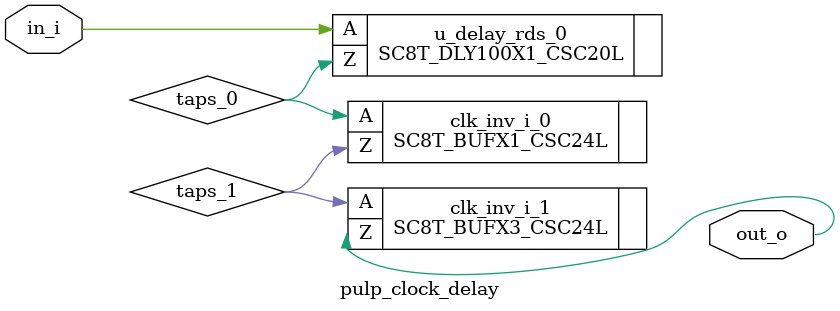
<source format=sv>




module pulp_clock_delay
(
   input  logic in_i,
   output logic out_o
);

    logic taps_0;
    logic taps_1;


    SC8T_DLY100X1_CSC20L u_delay_rds_0
    (
        .A ( in_i         ),
        .Z ( taps_0       )
    );

    SC8T_BUFX1_CSC24L clk_inv_i_0
    (
       .A(taps_0),
       .Z(taps_1)
    );

    SC8T_BUFX3_CSC24L clk_inv_i_1
    (
       .A(taps_1),
       .Z(out_o)
    );


endmodule // pulp_clock_delay

</source>
